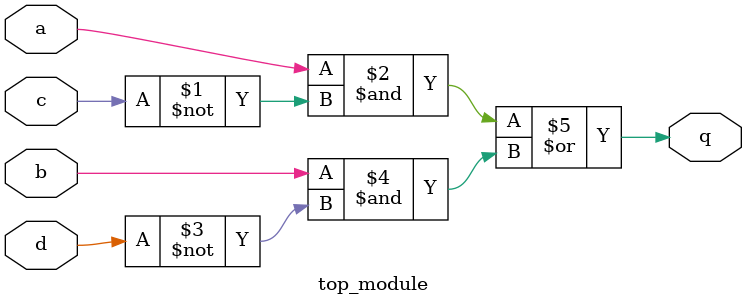
<source format=sv>
module top_module (
	input a, 
	input b, 
	input c, 
	input d,
	output q
);

    assign q = (a & ~c) | (b & ~d); 

endmodule

</source>
